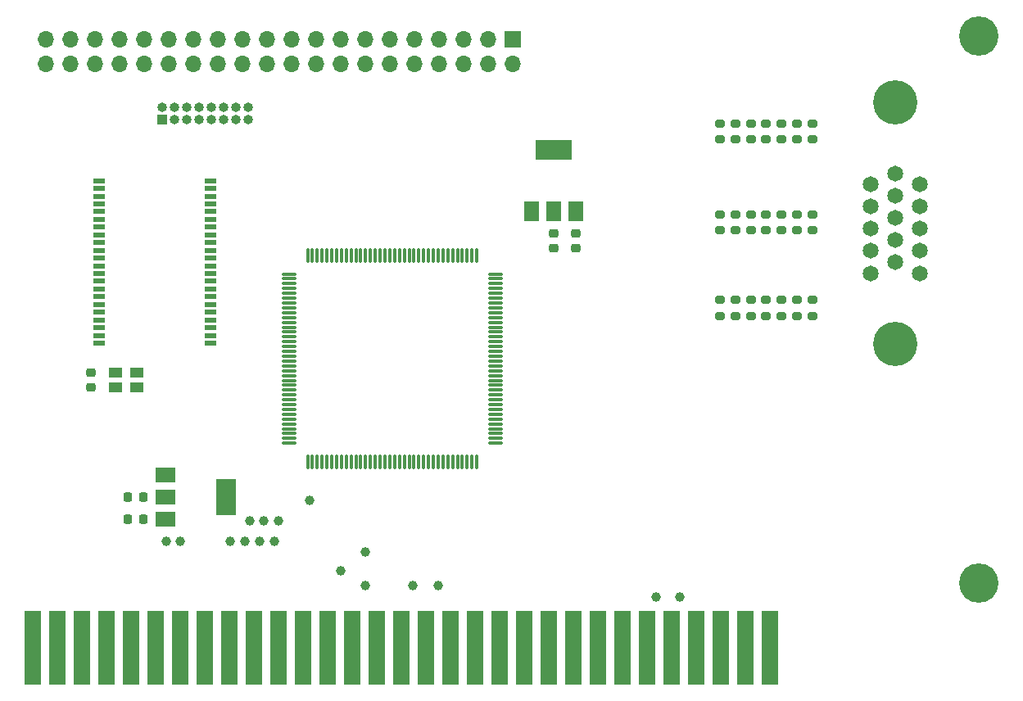
<source format=gbr>
%TF.GenerationSoftware,KiCad,Pcbnew,7.0.8-7.0.8~ubuntu22.04.1*%
%TF.CreationDate,2023-10-10T13:43:41+03:00*%
%TF.ProjectId,minifp,6d696e69-6670-42e6-9b69-6361645f7063,rev?*%
%TF.SameCoordinates,Original*%
%TF.FileFunction,Soldermask,Top*%
%TF.FilePolarity,Negative*%
%FSLAX46Y46*%
G04 Gerber Fmt 4.6, Leading zero omitted, Abs format (unit mm)*
G04 Created by KiCad (PCBNEW 7.0.8-7.0.8~ubuntu22.04.1) date 2023-10-10 13:43:41*
%MOMM*%
%LPD*%
G01*
G04 APERTURE LIST*
G04 Aperture macros list*
%AMRoundRect*
0 Rectangle with rounded corners*
0 $1 Rounding radius*
0 $2 $3 $4 $5 $6 $7 $8 $9 X,Y pos of 4 corners*
0 Add a 4 corners polygon primitive as box body*
4,1,4,$2,$3,$4,$5,$6,$7,$8,$9,$2,$3,0*
0 Add four circle primitives for the rounded corners*
1,1,$1+$1,$2,$3*
1,1,$1+$1,$4,$5*
1,1,$1+$1,$6,$7*
1,1,$1+$1,$8,$9*
0 Add four rect primitives between the rounded corners*
20,1,$1+$1,$2,$3,$4,$5,0*
20,1,$1+$1,$4,$5,$6,$7,0*
20,1,$1+$1,$6,$7,$8,$9,0*
20,1,$1+$1,$8,$9,$2,$3,0*%
G04 Aperture macros list end*
%ADD10C,1.000000*%
%ADD11R,1.400000X1.000000*%
%ADD12C,1.650000*%
%ADD13C,4.575000*%
%ADD14R,1.295000X0.600000*%
%ADD15C,4.064000*%
%ADD16R,1.778000X7.620000*%
%ADD17RoundRect,0.200000X-0.275000X0.200000X-0.275000X-0.200000X0.275000X-0.200000X0.275000X0.200000X0*%
%ADD18RoundRect,0.225000X-0.250000X0.225000X-0.250000X-0.225000X0.250000X-0.225000X0.250000X0.225000X0*%
%ADD19R,2.000000X1.500000*%
%ADD20R,2.000000X3.800000*%
%ADD21RoundRect,0.225000X0.225000X0.250000X-0.225000X0.250000X-0.225000X-0.250000X0.225000X-0.250000X0*%
%ADD22R,1.700000X1.700000*%
%ADD23O,1.700000X1.700000*%
%ADD24RoundRect,0.075000X0.662500X0.075000X-0.662500X0.075000X-0.662500X-0.075000X0.662500X-0.075000X0*%
%ADD25RoundRect,0.075000X0.075000X0.662500X-0.075000X0.662500X-0.075000X-0.662500X0.075000X-0.662500X0*%
%ADD26R,1.500000X2.000000*%
%ADD27R,3.800000X2.000000*%
%ADD28R,1.000000X1.000000*%
%ADD29O,1.000000X1.000000*%
G04 APERTURE END LIST*
D10*
%TO.C,*%
X146750000Y-143500000D03*
%TD*%
%TO.C,*%
X146750000Y-140000000D03*
%TD*%
%TO.C,*%
X144230000Y-141900000D03*
%TD*%
%TO.C,*%
X141000000Y-134620000D03*
%TD*%
%TO.C,*%
X137780000Y-136770000D03*
%TD*%
%TO.C,*%
X136280000Y-136770000D03*
%TD*%
%TO.C,*%
X134780000Y-136770000D03*
%TD*%
%TO.C,*%
X151700000Y-143500000D03*
%TD*%
%TO.C,*%
X154300000Y-143500000D03*
%TD*%
%TO.C,*%
X176840000Y-144630000D03*
%TD*%
%TO.C,*%
X179280000Y-144630000D03*
%TD*%
D11*
%TO.C,Y1*%
X120910000Y-123010000D03*
X123110000Y-123010000D03*
X123110000Y-121410000D03*
X120910000Y-121410000D03*
%TD*%
D12*
%TO.C,J401*%
X199000000Y-102000000D03*
X199000000Y-104290000D03*
X199000000Y-106580000D03*
X199000000Y-108870000D03*
X199000000Y-111160000D03*
X201540000Y-100855000D03*
X201540000Y-103145000D03*
X201540000Y-105435000D03*
X201540000Y-107725000D03*
X201540000Y-110015000D03*
X204080000Y-102000000D03*
X204080000Y-104290000D03*
X204080000Y-106580000D03*
X204080000Y-108870000D03*
X204080000Y-111160000D03*
D13*
X201540000Y-93512000D03*
X201540000Y-118502000D03*
%TD*%
D14*
%TO.C,IC1*%
X119272000Y-101600000D03*
X119272000Y-102400000D03*
X119272000Y-103200000D03*
X119272000Y-104000000D03*
X119272000Y-104800000D03*
X119272000Y-105600000D03*
X119272000Y-106400000D03*
X119272000Y-107200000D03*
X119272000Y-108000000D03*
X119272000Y-108800000D03*
X119272000Y-109600000D03*
X119272000Y-110400000D03*
X119272000Y-111200000D03*
X119272000Y-112000000D03*
X119272000Y-112800000D03*
X119272000Y-113600000D03*
X119272000Y-114400000D03*
X119272000Y-115200000D03*
X119272000Y-116000000D03*
X119272000Y-116800000D03*
X119272000Y-117600000D03*
X119272000Y-118400000D03*
X130728000Y-118400000D03*
X130728000Y-117600000D03*
X130728000Y-116800000D03*
X130728000Y-116000000D03*
X130728000Y-115200000D03*
X130728000Y-114400000D03*
X130728000Y-113600000D03*
X130728000Y-112800000D03*
X130728000Y-112000000D03*
X130728000Y-111200000D03*
X130728000Y-110400000D03*
X130728000Y-109600000D03*
X130728000Y-108800000D03*
X130728000Y-108000000D03*
X130728000Y-107200000D03*
X130728000Y-106400000D03*
X130728000Y-105600000D03*
X130728000Y-104800000D03*
X130728000Y-104000000D03*
X130728000Y-103200000D03*
X130728000Y-102400000D03*
X130728000Y-101600000D03*
%TD*%
D10*
%TO.C,*%
X126135000Y-138890000D03*
%TD*%
%TO.C,*%
X137310000Y-138900000D03*
%TD*%
%TO.C,*%
X135810000Y-138900000D03*
%TD*%
D15*
%TO.C,J1*%
X210185000Y-86677500D03*
X210185000Y-143192500D03*
D16*
X188595000Y-149860000D03*
X186055000Y-149860000D03*
X183515000Y-149860000D03*
X180975000Y-149860000D03*
X178435000Y-149860000D03*
X175895000Y-149860000D03*
X173355000Y-149860000D03*
X170815000Y-149860000D03*
X168275000Y-149860000D03*
X165735000Y-149860000D03*
X163195000Y-149860000D03*
X160655000Y-149860000D03*
X158115000Y-149860000D03*
X155575000Y-149860000D03*
X153035000Y-149860000D03*
X150495000Y-149860000D03*
X147955000Y-149860000D03*
X145415000Y-149860000D03*
X142875000Y-149860000D03*
X140335000Y-149860000D03*
X137795000Y-149860000D03*
X135255000Y-149860000D03*
X132715000Y-149860000D03*
X130175000Y-149860000D03*
X127635000Y-149860000D03*
X125095000Y-149860000D03*
X122555000Y-149860000D03*
X120015000Y-149860000D03*
X117475000Y-149860000D03*
X114935000Y-149860000D03*
X112395000Y-149860000D03*
%TD*%
D10*
%TO.C,*%
X127635000Y-138900000D03*
%TD*%
%TO.C,*%
X134310000Y-138900000D03*
%TD*%
%TO.C,*%
X132810000Y-138900000D03*
%TD*%
D17*
%TO.C,R12*%
X189789000Y-105075000D03*
X189789000Y-106725000D03*
%TD*%
%TO.C,R9*%
X184989000Y-105075000D03*
X184989000Y-106725000D03*
%TD*%
D18*
%TO.C,C201*%
X166243000Y-107048000D03*
X166243000Y-108598000D03*
%TD*%
D17*
%TO.C,R6*%
X191389000Y-95695000D03*
X191389000Y-97345000D03*
%TD*%
D19*
%TO.C,U602*%
X126090000Y-132030000D03*
X126090000Y-134330000D03*
D20*
X132390000Y-134330000D03*
D19*
X126090000Y-136630000D03*
%TD*%
D17*
%TO.C,R21*%
X192989000Y-113920000D03*
X192989000Y-115570000D03*
%TD*%
%TO.C,R16*%
X184989000Y-113920000D03*
X184989000Y-115570000D03*
%TD*%
%TO.C,R1*%
X183389000Y-95695000D03*
X183389000Y-97345000D03*
%TD*%
%TO.C,R17*%
X186589000Y-113920000D03*
X186589000Y-115570000D03*
%TD*%
%TO.C,R5*%
X189789000Y-95695000D03*
X189789000Y-97345000D03*
%TD*%
%TO.C,R15*%
X183389000Y-113920000D03*
X183389000Y-115570000D03*
%TD*%
D18*
%TO.C,C202*%
X168543000Y-107048000D03*
X168543000Y-108598000D03*
%TD*%
%TO.C,C20*%
X118400000Y-121435000D03*
X118400000Y-122985000D03*
%TD*%
D17*
%TO.C,R14*%
X192989000Y-105075000D03*
X192989000Y-106725000D03*
%TD*%
D21*
%TO.C,C204*%
X123766600Y-136630000D03*
X122216600Y-136630000D03*
%TD*%
D22*
%TO.C,J4*%
X162000000Y-87000000D03*
D23*
X162000000Y-89540000D03*
X159460000Y-87000000D03*
X159460000Y-89540000D03*
X156920000Y-87000000D03*
X156920000Y-89540000D03*
X154380000Y-87000000D03*
X154380000Y-89540000D03*
X151840000Y-87000000D03*
X151840000Y-89540000D03*
X149300000Y-87000000D03*
X149300000Y-89540000D03*
X146760000Y-87000000D03*
X146760000Y-89540000D03*
X144220000Y-87000000D03*
X144220000Y-89540000D03*
X141680000Y-87000000D03*
X141680000Y-89540000D03*
X139140000Y-87000000D03*
X139140000Y-89540000D03*
X136600000Y-87000000D03*
X136600000Y-89540000D03*
X134060000Y-87000000D03*
X134060000Y-89540000D03*
X131520000Y-87000000D03*
X131520000Y-89540000D03*
X128980000Y-87000000D03*
X128980000Y-89540000D03*
X126440000Y-87000000D03*
X126440000Y-89540000D03*
X123900000Y-87000000D03*
X123900000Y-89540000D03*
X121360000Y-87000000D03*
X121360000Y-89540000D03*
X118820000Y-87000000D03*
X118820000Y-89540000D03*
X116280000Y-87000000D03*
X116280000Y-89540000D03*
X113740000Y-87000000D03*
X113740000Y-89540000D03*
%TD*%
D17*
%TO.C,R8*%
X183389000Y-105075000D03*
X183389000Y-106725000D03*
%TD*%
%TO.C,R7*%
X192989000Y-95695000D03*
X192989000Y-97345000D03*
%TD*%
%TO.C,R19*%
X189789000Y-113920000D03*
X189789000Y-115570000D03*
%TD*%
%TO.C,R13*%
X191389000Y-105075000D03*
X191389000Y-106725000D03*
%TD*%
%TO.C,R4*%
X188189000Y-95695000D03*
X188189000Y-97345000D03*
%TD*%
%TO.C,R20*%
X191389000Y-113920000D03*
X191389000Y-115570000D03*
%TD*%
D24*
%TO.C,U2*%
X160192500Y-128750000D03*
X160192500Y-128250000D03*
X160192500Y-127750000D03*
X160192500Y-127250000D03*
X160192500Y-126750000D03*
X160192500Y-126250000D03*
X160192500Y-125750000D03*
X160192500Y-125250000D03*
X160192500Y-124750000D03*
X160192500Y-124250000D03*
X160192500Y-123750000D03*
X160192500Y-123250000D03*
X160192500Y-122750000D03*
X160192500Y-122250000D03*
X160192500Y-121750000D03*
X160192500Y-121250000D03*
X160192500Y-120750000D03*
X160192500Y-120250000D03*
X160192500Y-119750000D03*
X160192500Y-119250000D03*
X160192500Y-118750000D03*
X160192500Y-118250000D03*
X160192500Y-117750000D03*
X160192500Y-117250000D03*
X160192500Y-116750000D03*
X160192500Y-116250000D03*
X160192500Y-115750000D03*
X160192500Y-115250000D03*
X160192500Y-114750000D03*
X160192500Y-114250000D03*
X160192500Y-113750000D03*
X160192500Y-113250000D03*
X160192500Y-112750000D03*
X160192500Y-112250000D03*
X160192500Y-111750000D03*
X160192500Y-111250000D03*
D25*
X158280000Y-109337500D03*
X157780000Y-109337500D03*
X157280000Y-109337500D03*
X156780000Y-109337500D03*
X156280000Y-109337500D03*
X155780000Y-109337500D03*
X155280000Y-109337500D03*
X154780000Y-109337500D03*
X154280000Y-109337500D03*
X153780000Y-109337500D03*
X153280000Y-109337500D03*
X152780000Y-109337500D03*
X152280000Y-109337500D03*
X151780000Y-109337500D03*
X151280000Y-109337500D03*
X150780000Y-109337500D03*
X150280000Y-109337500D03*
X149780000Y-109337500D03*
X149280000Y-109337500D03*
X148780000Y-109337500D03*
X148280000Y-109337500D03*
X147780000Y-109337500D03*
X147280000Y-109337500D03*
X146780000Y-109337500D03*
X146280000Y-109337500D03*
X145780000Y-109337500D03*
X145280000Y-109337500D03*
X144780000Y-109337500D03*
X144280000Y-109337500D03*
X143780000Y-109337500D03*
X143280000Y-109337500D03*
X142780000Y-109337500D03*
X142280000Y-109337500D03*
X141780000Y-109337500D03*
X141280000Y-109337500D03*
X140780000Y-109337500D03*
D24*
X138867500Y-111250000D03*
X138867500Y-111750000D03*
X138867500Y-112250000D03*
X138867500Y-112750000D03*
X138867500Y-113250000D03*
X138867500Y-113750000D03*
X138867500Y-114250000D03*
X138867500Y-114750000D03*
X138867500Y-115250000D03*
X138867500Y-115750000D03*
X138867500Y-116250000D03*
X138867500Y-116750000D03*
X138867500Y-117250000D03*
X138867500Y-117750000D03*
X138867500Y-118250000D03*
X138867500Y-118750000D03*
X138867500Y-119250000D03*
X138867500Y-119750000D03*
X138867500Y-120250000D03*
X138867500Y-120750000D03*
X138867500Y-121250000D03*
X138867500Y-121750000D03*
X138867500Y-122250000D03*
X138867500Y-122750000D03*
X138867500Y-123250000D03*
X138867500Y-123750000D03*
X138867500Y-124250000D03*
X138867500Y-124750000D03*
X138867500Y-125250000D03*
X138867500Y-125750000D03*
X138867500Y-126250000D03*
X138867500Y-126750000D03*
X138867500Y-127250000D03*
X138867500Y-127750000D03*
X138867500Y-128250000D03*
X138867500Y-128750000D03*
D25*
X140780000Y-130662500D03*
X141280000Y-130662500D03*
X141780000Y-130662500D03*
X142280000Y-130662500D03*
X142780000Y-130662500D03*
X143280000Y-130662500D03*
X143780000Y-130662500D03*
X144280000Y-130662500D03*
X144780000Y-130662500D03*
X145280000Y-130662500D03*
X145780000Y-130662500D03*
X146280000Y-130662500D03*
X146780000Y-130662500D03*
X147280000Y-130662500D03*
X147780000Y-130662500D03*
X148280000Y-130662500D03*
X148780000Y-130662500D03*
X149280000Y-130662500D03*
X149780000Y-130662500D03*
X150280000Y-130662500D03*
X150780000Y-130662500D03*
X151280000Y-130662500D03*
X151780000Y-130662500D03*
X152280000Y-130662500D03*
X152780000Y-130662500D03*
X153280000Y-130662500D03*
X153780000Y-130662500D03*
X154280000Y-130662500D03*
X154780000Y-130662500D03*
X155280000Y-130662500D03*
X155780000Y-130662500D03*
X156280000Y-130662500D03*
X156780000Y-130662500D03*
X157280000Y-130662500D03*
X157780000Y-130662500D03*
X158280000Y-130662500D03*
%TD*%
D17*
%TO.C,R2*%
X184989000Y-95695000D03*
X184989000Y-97345000D03*
%TD*%
D21*
%TO.C,C203*%
X123766600Y-134330000D03*
X122216600Y-134330000D03*
%TD*%
D26*
%TO.C,U601*%
X163943000Y-104750000D03*
X166243000Y-104750000D03*
D27*
X166243000Y-98450000D03*
D26*
X168543000Y-104750000D03*
%TD*%
D17*
%TO.C,R3*%
X186589000Y-95695000D03*
X186589000Y-97345000D03*
%TD*%
%TO.C,R18*%
X188189000Y-113920000D03*
X188189000Y-115570000D03*
%TD*%
D28*
%TO.C,J2*%
X125750000Y-95250000D03*
D29*
X125750000Y-93980000D03*
X127020000Y-95250000D03*
X127020000Y-93980000D03*
X128290000Y-95250000D03*
X128290000Y-93980000D03*
X129560000Y-95250000D03*
X129560000Y-93980000D03*
X130830000Y-95250000D03*
X130830000Y-93980000D03*
X132100000Y-95250000D03*
X132100000Y-93980000D03*
X133370000Y-95250000D03*
X133370000Y-93980000D03*
X134640000Y-95250000D03*
X134640000Y-93980000D03*
%TD*%
D17*
%TO.C,R11*%
X188189000Y-105075000D03*
X188189000Y-106725000D03*
%TD*%
%TO.C,R10*%
X186589000Y-105075000D03*
X186589000Y-106725000D03*
%TD*%
M02*

</source>
